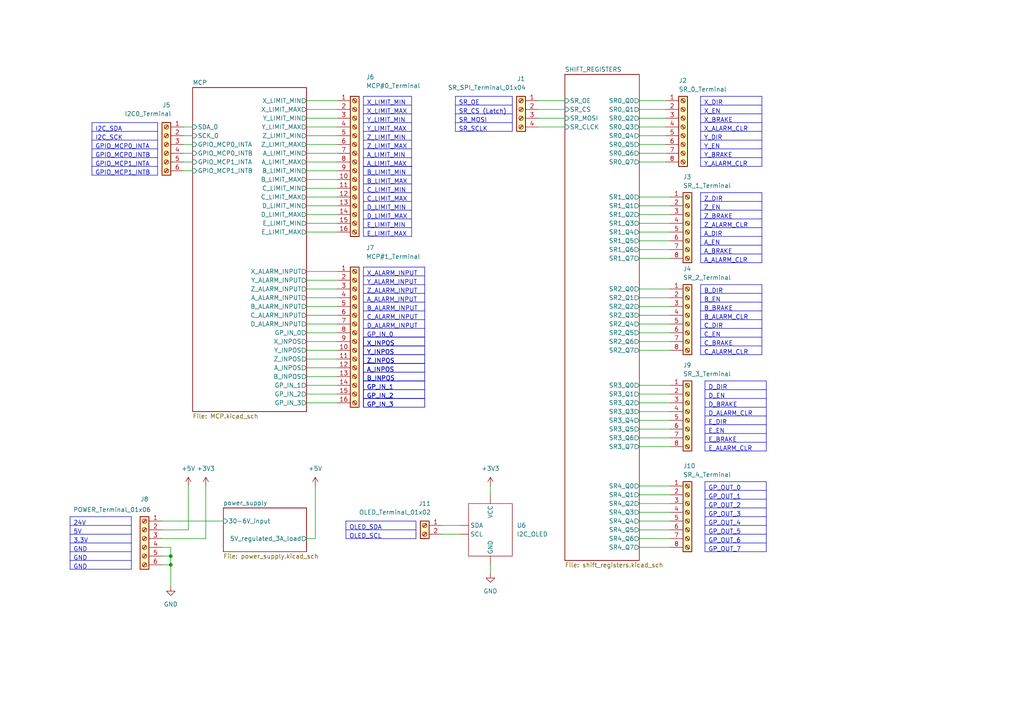
<source format=kicad_sch>
(kicad_sch (version 20250114) (generator "eeschema") (generator_version "9.0")
  (paper "A4")
  (lib_symbols
    (symbol "Connector:Screw_Terminal_01x02" (pin_names (offset 1.016) (hide yes))
      (property "Reference" "J" (at 0 2.54 0))
      (property "Value" "Screw_Terminal_01x02" (at 0 -5.08 0))
      (symbol "Screw_Terminal_01x02_1_1"
        (rectangle (start -1.27 1.27) (end 1.27 -3.81) (stroke (width 0.254)) (fill (type background)))
        (polyline (pts (xy -0.5334 0.3302) (xy 0.3302 -0.508)) (stroke (width 0.1524)))
        (polyline (pts (xy -0.5334 -2.2098) (xy 0.3302 -3.048)) (stroke (width 0.1524)))
        (polyline (pts (xy -0.3556 0.508) (xy 0.508 -0.3302)) (stroke (width 0.1524)))
        (polyline (pts (xy -0.3556 -2.032) (xy 0.508 -2.8702)) (stroke (width 0.1524)))
        (circle (center 0 0) (radius 0.635) (stroke (width 0.1524)))
        (circle (center 0 -2.54) (radius 0.635) (stroke (width 0.1524)))
        (pin passive line (at -5.08 0 0) (length 3.81) (name "Pin_1") (number "1"))
        (pin passive line (at -5.08 -2.54 0) (length 3.81) (name "Pin_2") (number "2"))
      )
    )
    (symbol "Connector:Screw_Terminal_01x04" (pin_names (offset 1.016) (hide yes))
      (property "Reference" "J" (at 0 5.08 0))
      (property "Value" "Screw_Terminal_01x04" (at 0 -7.62 0))
      (symbol "Screw_Terminal_01x04_1_1"
        (rectangle (start -1.27 3.81) (end 1.27 -6.35) (stroke (width 0.254)) (fill (type background)))
        (polyline (pts (xy -0.5334 2.8702) (xy 0.3302 2.032)) (stroke (width 0.1524)))
        (polyline (pts (xy -0.5334 0.3302) (xy 0.3302 -0.508)) (stroke (width 0.1524)))
        (polyline (pts (xy -0.5334 -2.2098) (xy 0.3302 -3.048)) (stroke (width 0.1524)))
        (polyline (pts (xy -0.5334 -4.7498) (xy 0.3302 -5.588)) (stroke (width 0.1524)))
        (polyline (pts (xy -0.3556 3.048) (xy 0.508 2.2098)) (stroke (width 0.1524)))
        (polyline (pts (xy -0.3556 0.508) (xy 0.508 -0.3302)) (stroke (width 0.1524)))
        (polyline (pts (xy -0.3556 -2.032) (xy 0.508 -2.8702)) (stroke (width 0.1524)))
        (polyline (pts (xy -0.3556 -4.572) (xy 0.508 -5.4102)) (stroke (width 0.1524)))
        (circle (center 0 2.54) (radius 0.635) (stroke (width 0.1524)))
        (circle (center 0 0) (radius 0.635) (stroke (width 0.1524)))
        (circle (center 0 -2.54) (radius 0.635) (stroke (width 0.1524)))
        (circle (center 0 -5.08) (radius 0.635) (stroke (width 0.1524)))
        (pin passive line (at -5.08 2.54 0) (length 3.81) (name "Pin_1") (number "1"))
        (pin passive line (at -5.08 0 0) (length 3.81) (name "Pin_2") (number "2"))
        (pin passive line (at -5.08 -2.54 0) (length 3.81) (name "Pin_3") (number "3"))
        (pin passive line (at -5.08 -5.08 0) (length 3.81) (name "Pin_4") (number "4"))
      )
    )
    (symbol "Connector:Screw_Terminal_01x06" (pin_names (offset 1.016) (hide yes))
      (property "Reference" "J" (at 0 7.62 0))
      (property "Value" "Screw_Terminal_01x06" (at 0 -10.16 0))
      (symbol "Screw_Terminal_01x06_1_1"
        (rectangle (start -1.27 6.35) (end 1.27 -8.89) (stroke (width 0.254)) (fill (type background)))
        (polyline (pts (xy -0.5334 5.4102) (xy 0.3302 4.572)) (stroke (width 0.1524)))
        (polyline (pts (xy -0.5334 2.8702) (xy 0.3302 2.032)) (stroke (width 0.1524)))
        (polyline (pts (xy -0.5334 0.3302) (xy 0.3302 -0.508)) (stroke (width 0.1524)))
        (polyline (pts (xy -0.5334 -2.2098) (xy 0.3302 -3.048)) (stroke (width 0.1524)))
        (polyline (pts (xy -0.5334 -4.7498) (xy 0.3302 -5.588)) (stroke (width 0.1524)))
        (polyline (pts (xy -0.5334 -7.2898) (xy 0.3302 -8.128)) (stroke (width 0.1524)))
        (polyline (pts (xy -0.3556 5.588) (xy 0.508 4.7498)) (stroke (width 0.1524)))
        (polyline (pts (xy -0.3556 3.048) (xy 0.508 2.2098)) (stroke (width 0.1524)))
        (polyline (pts (xy -0.3556 0.508) (xy 0.508 -0.3302)) (stroke (width 0.1524)))
        (polyline (pts (xy -0.3556 -2.032) (xy 0.508 -2.8702)) (stroke (width 0.1524)))
        (polyline (pts (xy -0.3556 -4.572) (xy 0.508 -5.4102)) (stroke (width 0.1524)))
        (polyline (pts (xy -0.3556 -7.112) (xy 0.508 -7.9502)) (stroke (width 0.1524)))
        (circle (center 0 5.08) (radius 0.635) (stroke (width 0.1524)))
        (circle (center 0 2.54) (radius 0.635) (stroke (width 0.1524)))
        (circle (center 0 0) (radius 0.635) (stroke (width 0.1524)))
        (circle (center 0 -2.54) (radius 0.635) (stroke (width 0.1524)))
        (circle (center 0 -5.08) (radius 0.635) (stroke (width 0.1524)))
        (circle (center 0 -7.62) (radius 0.635) (stroke (width 0.1524)))
        (pin passive line (at -5.08 5.08 0) (length 3.81) (name "Pin_1") (number "1"))
        (pin passive line (at -5.08 2.54 0) (length 3.81) (name "Pin_2") (number "2"))
        (pin passive line (at -5.08 0 0) (length 3.81) (name "Pin_3") (number "3"))
        (pin passive line (at -5.08 -2.54 0) (length 3.81) (name "Pin_4") (number "4"))
        (pin passive line (at -5.08 -5.08 0) (length 3.81) (name "Pin_5") (number "5"))
        (pin passive line (at -5.08 -7.62 0) (length 3.81) (name "Pin_6") (number "6"))
      )
    )
    (symbol "Connector:Screw_Terminal_01x08" (pin_names (offset 1.016) (hide yes))
      (property "Reference" "J" (at 0 10.16 0))
      (property "Value" "Screw_Terminal_01x08" (at 0 -12.7 0))
      (symbol "Screw_Terminal_01x08_1_1"
        (rectangle (start -1.27 8.89) (end 1.27 -11.43) (stroke (width 0.254)) (fill (type background)))
        (polyline (pts (xy -0.5334 7.9502) (xy 0.3302 7.112)) (stroke (width 0.1524)))
        (polyline (pts (xy -0.5334 5.4102) (xy 0.3302 4.572)) (stroke (width 0.1524)))
        (polyline (pts (xy -0.5334 2.8702) (xy 0.3302 2.032)) (stroke (width 0.1524)))
        (polyline (pts (xy -0.5334 0.3302) (xy 0.3302 -0.508)) (stroke (width 0.1524)))
        (polyline (pts (xy -0.5334 -2.2098) (xy 0.3302 -3.048)) (stroke (width 0.1524)))
        (polyline (pts (xy -0.5334 -4.7498) (xy 0.3302 -5.588)) (stroke (width 0.1524)))
        (polyline (pts (xy -0.5334 -7.2898) (xy 0.3302 -8.128)) (stroke (width 0.1524)))
        (polyline (pts (xy -0.5334 -9.8298) (xy 0.3302 -10.668)) (stroke (width 0.1524)))
        (polyline (pts (xy -0.3556 8.128) (xy 0.508 7.2898)) (stroke (width 0.1524)))
        (polyline (pts (xy -0.3556 5.588) (xy 0.508 4.7498)) (stroke (width 0.1524)))
        (polyline (pts (xy -0.3556 3.048) (xy 0.508 2.2098)) (stroke (width 0.1524)))
        (polyline (pts (xy -0.3556 0.508) (xy 0.508 -0.3302)) (stroke (width 0.1524)))
        (polyline (pts (xy -0.3556 -2.032) (xy 0.508 -2.8702)) (stroke (width 0.1524)))
        (polyline (pts (xy -0.3556 -4.572) (xy 0.508 -5.4102)) (stroke (width 0.1524)))
        (polyline (pts (xy -0.3556 -7.112) (xy 0.508 -7.9502)) (stroke (width 0.1524)))
        (polyline (pts (xy -0.3556 -9.652) (xy 0.508 -10.4902)) (stroke (width 0.1524)))
        (circle (center 0 7.62) (radius 0.635) (stroke (width 0.1524)))
        (circle (center 0 5.08) (radius 0.635) (stroke (width 0.1524)))
        (circle (center 0 2.54) (radius 0.635) (stroke (width 0.1524)))
        (circle (center 0 0) (radius 0.635) (stroke (width 0.1524)))
        (circle (center 0 -2.54) (radius 0.635) (stroke (width 0.1524)))
        (circle (center 0 -5.08) (radius 0.635) (stroke (width 0.1524)))
        (circle (center 0 -7.62) (radius 0.635) (stroke (width 0.1524)))
        (circle (center 0 -10.16) (radius 0.635) (stroke (width 0.1524)))
        (pin passive line (at -5.08 7.62 0) (length 3.81) (name "Pin_1") (number "1"))
        (pin passive line (at -5.08 5.08 0) (length 3.81) (name "Pin_2") (number "2"))
        (pin passive line (at -5.08 2.54 0) (length 3.81) (name "Pin_3") (number "3"))
        (pin passive line (at -5.08 0 0) (length 3.81) (name "Pin_4") (number "4"))
        (pin passive line (at -5.08 -2.54 0) (length 3.81) (name "Pin_5") (number "5"))
        (pin passive line (at -5.08 -5.08 0) (length 3.81) (name "Pin_6") (number "6"))
        (pin passive line (at -5.08 -7.62 0) (length 3.81) (name "Pin_7") (number "7"))
        (pin passive line (at -5.08 -10.16 0) (length 3.81) (name "Pin_8") (number "8"))
      )
    )
    (symbol "Connector:Screw_Terminal_01x16" (pin_names (offset 1.016) (hide yes))
      (property "Reference" "J" (at 0 20.32 0))
      (property "Value" "Screw_Terminal_01x16" (at 0 -22.86 0))
      (symbol "Screw_Terminal_01x16_1_1"
        (rectangle (start -1.27 19.05) (end 1.27 -21.59) (stroke (width 0.254)) (fill (type background)))
        (polyline (pts (xy -0.5334 18.1102) (xy 0.3302 17.272)) (stroke (width 0.1524)))
        (polyline (pts (xy -0.5334 15.5702) (xy 0.3302 14.732)) (stroke (width 0.1524)))
        (polyline (pts (xy -0.5334 13.0302) (xy 0.3302 12.192)) (stroke (width 0.1524)))
        (polyline (pts (xy -0.5334 10.4902) (xy 0.3302 9.652)) (stroke (width 0.1524)))
        (polyline (pts (xy -0.5334 7.9502) (xy 0.3302 7.112)) (stroke (width 0.1524)))
        (polyline (pts (xy -0.5334 5.4102) (xy 0.3302 4.572)) (stroke (width 0.1524)))
        (polyline (pts (xy -0.5334 2.8702) (xy 0.3302 2.032)) (stroke (width 0.1524)))
        (polyline (pts (xy -0.5334 0.3302) (xy 0.3302 -0.508)) (stroke (width 0.1524)))
        (polyline (pts (xy -0.5334 -2.2098) (xy 0.3302 -3.048)) (stroke (width 0.1524)))
        (polyline (pts (xy -0.5334 -4.7498) (xy 0.3302 -5.588)) (stroke (width 0.1524)))
        (polyline (pts (xy -0.5334 -7.2898) (xy 0.3302 -8.128)) (stroke (width 0.1524)))
        (polyline (pts (xy -0.5334 -9.8298) (xy 0.3302 -10.668)) (stroke (width 0.1524)))
        (polyline (pts (xy -0.5334 -12.3698) (xy 0.3302 -13.208)) (stroke (width 0.1524)))
        (polyline (pts (xy -0.5334 -14.9098) (xy 0.3302 -15.748)) (stroke (width 0.1524)))
        (polyline (pts (xy -0.5334 -17.4498) (xy 0.3302 -18.288)) (stroke (width 0.1524)))
        (polyline (pts (xy -0.5334 -19.9898) (xy 0.3302 -20.828)) (stroke (width 0.1524)))
        (polyline (pts (xy -0.3556 18.288) (xy 0.508 17.4498)) (stroke (width 0.1524)))
        (polyline (pts (xy -0.3556 15.748) (xy 0.508 14.9098)) (stroke (width 0.1524)))
        (polyline (pts (xy -0.3556 13.208) (xy 0.508 12.3698)) (stroke (width 0.1524)))
        (polyline (pts (xy -0.3556 10.668) (xy 0.508 9.8298)) (stroke (width 0.1524)))
        (polyline (pts (xy -0.3556 8.128) (xy 0.508 7.2898)) (stroke (width 0.1524)))
        (polyline (pts (xy -0.3556 5.588) (xy 0.508 4.7498)) (stroke (width 0.1524)))
        (polyline (pts (xy -0.3556 3.048) (xy 0.508 2.2098)) (stroke (width 0.1524)))
        (polyline (pts (xy -0.3556 0.508) (xy 0.508 -0.3302)) (stroke (width 0.1524)))
        (polyline (pts (xy -0.3556 -2.032) (xy 0.508 -2.8702)) (stroke (width 0.1524)))
        (polyline (pts (xy -0.3556 -4.572) (xy 0.508 -5.4102)) (stroke (width 0.1524)))
        (polyline (pts (xy -0.3556 -7.112) (xy 0.508 -7.9502)) (stroke (width 0.1524)))
        (polyline (pts (xy -0.3556 -9.652) (xy 0.508 -10.4902)) (stroke (width 0.1524)))
        (polyline (pts (xy -0.3556 -12.192) (xy 0.508 -13.0302)) (stroke (width 0.1524)))
        (polyline (pts (xy -0.3556 -14.732) (xy 0.508 -15.5702)) (stroke (width 0.1524)))
        (polyline (pts (xy -0.3556 -17.272) (xy 0.508 -18.1102)) (stroke (width 0.1524)))
        (polyline (pts (xy -0.3556 -19.812) (xy 0.508 -20.6502)) (stroke (width 0.1524)))
        (circle (center 0 17.78) (radius 0.635) (stroke (width 0.1524)))
        (circle (center 0 15.24) (radius 0.635) (stroke (width 0.1524)))
        (circle (center 0 12.7) (radius 0.635) (stroke (width 0.1524)))
        (circle (center 0 10.16) (radius 0.635) (stroke (width 0.1524)))
        (circle (center 0 7.62) (radius 0.635) (stroke (width 0.1524)))
        (circle (center 0 5.08) (radius 0.635) (stroke (width 0.1524)))
        (circle (center 0 2.54) (radius 0.635) (stroke (width 0.1524)))
        (circle (center 0 0) (radius 0.635) (stroke (width 0.1524)))
        (circle (center 0 -2.54) (radius 0.635) (stroke (width 0.1524)))
        (circle (center 0 -5.08) (radius 0.635) (stroke (width 0.1524)))
        (circle (center 0 -7.62) (radius 0.635) (stroke (width 0.1524)))
        (circle (center 0 -10.16) (radius 0.635) (stroke (width 0.1524)))
        (circle (center 0 -12.7) (radius 0.635) (stroke (width 0.1524)))
        (circle (center 0 -15.24) (radius 0.635) (stroke (width 0.1524)))
        (circle (center 0 -17.78) (radius 0.635) (stroke (width 0.1524)))
        (circle (center 0 -20.32) (radius 0.635) (stroke (width 0.1524)))
        (pin passive line (at -5.08 17.78 0) (length 3.81) (name "Pin_1") (number "1"))
        (pin passive line (at -5.08 15.24 0) (length 3.81) (name "Pin_2") (number "2"))
        (pin passive line (at -5.08 12.7 0) (length 3.81) (name "Pin_3") (number "3"))
        (pin passive line (at -5.08 10.16 0) (length 3.81) (name "Pin_4") (number "4"))
        (pin passive line (at -5.08 7.62 0) (length 3.81) (name "Pin_5") (number "5"))
        (pin passive line (at -5.08 5.08 0) (length 3.81) (name "Pin_6") (number "6"))
        (pin passive line (at -5.08 2.54 0) (length 3.81) (name "Pin_7") (number "7"))
        (pin passive line (at -5.08 0 0) (length 3.81) (name "Pin_8") (number "8"))
        (pin passive line (at -5.08 -2.54 0) (length 3.81) (name "Pin_9") (number "9"))
        (pin passive line (at -5.08 -5.08 0) (length 3.81) (name "Pin_10") (number "10"))
        (pin passive line (at -5.08 -7.62 0) (length 3.81) (name "Pin_11") (number "11"))
        (pin passive line (at -5.08 -10.16 0) (length 3.81) (name "Pin_12") (number "12"))
        (pin passive line (at -5.08 -12.7 0) (length 3.81) (name "Pin_13") (number "13"))
        (pin passive line (at -5.08 -15.24 0) (length 3.81) (name "Pin_14") (number "14"))
        (pin passive line (at -5.08 -17.78 0) (length 3.81) (name "Pin_15") (number "15"))
        (pin passive line (at -5.08 -20.32 0) (length 3.81) (name "Pin_16") (number "16"))
      )
    )
    (symbol "PositionerLib:I2C_Device_3V3" (pin_numbers (hide yes))
      (property "Reference" "U" (at 0 0 0))
      (symbol "I2C_Device_3V3_0_1"
        (rectangle (start -6.35 7.62) (end 6.35 -7.62))
      )
      (symbol "I2C_Device_3V3_1_1"
        (pin bidirectional line (at -8.89 1.27 0) (length 2.54) (name "SDA") (number "1"))
        (pin input line (at -8.89 -1.27 0) (length 2.54) (name "SCL") (number "2"))
        (pin power_in line (at 0 10.16 270) (length 2.54) (name "VCC") (number "3"))
        (pin power_in line (at 0 -10.16 90) (length 2.54) (name "GND") (number ""))
      )
    )
    (symbol "power:+3V3" (power) (pin_numbers (hide yes)) (pin_names (offset 0) (hide yes))
      (property "Value" "+3V3" (at 0 3.556 0))
      (symbol "+3V3_0_1"
        (polyline (pts (xy -0.762 1.27) (xy 0 2.54)))
        (polyline (pts (xy 0 2.54) (xy 0.762 1.27)))
        (polyline (pts (xy 0 0) (xy 0 2.54)))
      )
      (symbol "+3V3_1_1"
        (pin power_in line (at 0 0 90) (length 0) (name "~") (number "1"))
      )
    )
    (symbol "power:+5V" (power) (pin_numbers (hide yes)) (pin_names (offset 0) (hide yes))
      (property "Value" "+5V" (at 0 3.556 0))
      (symbol "+5V_0_1"
        (polyline (pts (xy -0.762 1.27) (xy 0 2.54)))
        (polyline (pts (xy 0 2.54) (xy 0.762 1.27)))
        (polyline (pts (xy 0 0) (xy 0 2.54)))
      )
      (symbol "+5V_1_1"
        (pin power_in line (at 0 0 90) (length 0) (name "~") (number "1"))
      )
    )
    (symbol "power:GND" (power) (pin_numbers (hide yes)) (pin_names (offset 0) (hide yes))
      (property "Value" "GND" (at 0 -3.81 0))
      (symbol "GND_0_1"
        (polyline (pts (xy 0 0) (xy 0 -1.27) (xy 1.27 -1.27) (xy 0 -2.54) (xy -1.27 -1.27) (xy 0 -1.27)))
      )
      (symbol "GND_1_1"
        (pin power_in line (at 0 0 270) (length 0) (name "~") (number "1"))
      )
    )
  )
  (junction (at 49.53 163.83))
  (junction (at 49.53 161.29))
  (wire (pts (xy 88.9 86.36) (xy 97.79 86.36)))
  (wire (pts (xy 142.24 140.97) (xy 142.24 143.51)))
  (wire (pts (xy 88.9 64.77) (xy 97.79 64.77)))
  (wire (pts (xy 91.44 156.21) (xy 91.44 140.97)))
  (wire (pts (xy 88.9 93.98) (xy 97.79 93.98)))
  (wire (pts (xy 185.42 114.3) (xy 194.31 114.3)))
  (wire (pts (xy 88.9 54.61) (xy 97.79 54.61)))
  (wire (pts (xy 88.9 111.76) (xy 97.79 111.76)))
  (wire (pts (xy 185.42 64.77) (xy 194.31 64.77)))
  (wire (pts (xy 185.42 44.45) (xy 193.04 44.45)))
  (wire (pts (xy 88.9 29.21) (xy 97.79 29.21)))
  (wire (pts (xy 128.27 152.4) (xy 133.35 152.4)))
  (wire (pts (xy 185.42 67.31) (xy 194.31 67.31)))
  (wire (pts (xy 156.21 36.83) (xy 163.83 36.83)))
  (wire (pts (xy 53.34 49.53) (xy 55.88 49.53)))
  (wire (pts (xy 185.42 74.93) (xy 194.31 74.93)))
  (wire (pts (xy 88.9 67.31) (xy 97.79 67.31)))
  (wire (pts (xy 88.9 81.28) (xy 97.79 81.28)))
  (wire (pts (xy 88.9 31.75) (xy 97.79 31.75)))
  (wire (pts (xy 185.42 111.76) (xy 194.31 111.76)))
  (wire (pts (xy 88.9 52.07) (xy 97.79 52.07)))
  (wire (pts (xy 185.42 99.06) (xy 194.31 99.06)))
  (wire (pts (xy 185.42 140.97) (xy 194.31 140.97)))
  (wire (pts (xy 46.99 153.67) (xy 54.61 153.67)))
  (wire (pts (xy 49.53 163.83) (xy 49.53 170.18)))
  (wire (pts (xy 88.9 57.15) (xy 97.79 57.15)))
  (wire (pts (xy 185.42 116.84) (xy 194.31 116.84)))
  (wire (pts (xy 49.53 158.75) (xy 49.53 161.29)))
  (wire (pts (xy 53.34 41.91) (xy 55.88 41.91)))
  (wire (pts (xy 142.24 163.83) (xy 142.24 166.37)))
  (wire (pts (xy 185.42 148.59) (xy 194.31 148.59)))
  (wire (pts (xy 88.9 104.14) (xy 97.79 104.14)))
  (wire (pts (xy 128.27 154.94) (xy 133.35 154.94)))
  (wire (pts (xy 185.42 158.75) (xy 194.31 158.75)))
  (wire (pts (xy 88.9 39.37) (xy 97.79 39.37)))
  (wire (pts (xy 156.21 34.29) (xy 163.83 34.29)))
  (wire (pts (xy 185.42 129.54) (xy 194.31 129.54)))
  (wire (pts (xy 185.42 156.21) (xy 194.31 156.21)))
  (wire (pts (xy 185.42 46.99) (xy 193.04 46.99)))
  (wire (pts (xy 88.9 49.53) (xy 97.79 49.53)))
  (wire (pts (xy 185.42 151.13) (xy 194.31 151.13)))
  (wire (pts (xy 88.9 114.3) (xy 97.79 114.3)))
  (wire (pts (xy 88.9 78.74) (xy 97.79 78.74)))
  (wire (pts (xy 185.42 91.44) (xy 194.31 91.44)))
  (wire (pts (xy 185.42 127) (xy 194.31 127)))
  (wire (pts (xy 185.42 62.23) (xy 194.31 62.23)))
  (wire (pts (xy 185.42 72.39) (xy 194.31 72.39)))
  (wire (pts (xy 88.9 91.44) (xy 97.79 91.44)))
  (wire (pts (xy 88.9 109.22) (xy 97.79 109.22)))
  (wire (pts (xy 46.99 158.75) (xy 49.53 158.75)))
  (wire (pts (xy 46.99 156.21) (xy 59.69 156.21)))
  (wire (pts (xy 185.42 36.83) (xy 193.04 36.83)))
  (wire (pts (xy 59.69 140.97) (xy 59.69 156.21)))
  (wire (pts (xy 88.9 34.29) (xy 97.79 34.29)))
  (wire (pts (xy 88.9 46.99) (xy 97.79 46.99)))
  (wire (pts (xy 88.9 101.6) (xy 97.79 101.6)))
  (wire (pts (xy 88.9 88.9) (xy 97.79 88.9)))
  (wire (pts (xy 156.21 31.75) (xy 163.83 31.75)))
  (wire (pts (xy 46.99 163.83) (xy 49.53 163.83)))
  (wire (pts (xy 53.34 39.37) (xy 55.88 39.37)))
  (wire (pts (xy 53.34 44.45) (xy 55.88 44.45)))
  (wire (pts (xy 46.99 151.13) (xy 64.77 151.13)))
  (wire (pts (xy 185.42 31.75) (xy 193.04 31.75)))
  (wire (pts (xy 185.42 83.82) (xy 194.31 83.82)))
  (wire (pts (xy 88.9 116.84) (xy 97.79 116.84)))
  (wire (pts (xy 46.99 161.29) (xy 49.53 161.29)))
  (wire (pts (xy 185.42 146.05) (xy 194.31 146.05)))
  (wire (pts (xy 156.21 29.21) (xy 163.83 29.21)))
  (wire (pts (xy 185.42 29.21) (xy 193.04 29.21)))
  (wire (pts (xy 88.9 59.69) (xy 97.79 59.69)))
  (wire (pts (xy 185.42 96.52) (xy 194.31 96.52)))
  (wire (pts (xy 49.53 161.29) (xy 49.53 163.83)))
  (wire (pts (xy 88.9 106.68) (xy 97.79 106.68)))
  (wire (pts (xy 185.42 101.6) (xy 194.31 101.6)))
  (wire (pts (xy 88.9 99.06) (xy 97.79 99.06)))
  (wire (pts (xy 185.42 39.37) (xy 193.04 39.37)))
  (wire (pts (xy 185.42 119.38) (xy 194.31 119.38)))
  (wire (pts (xy 185.42 88.9) (xy 194.31 88.9)))
  (wire (pts (xy 185.42 93.98) (xy 194.31 93.98)))
  (wire (pts (xy 185.42 121.92) (xy 194.31 121.92)))
  (wire (pts (xy 185.42 69.85) (xy 194.31 69.85)))
  (wire (pts (xy 185.42 143.51) (xy 194.31 143.51)))
  (wire (pts (xy 53.34 46.99) (xy 55.88 46.99)))
  (wire (pts (xy 88.9 36.83) (xy 97.79 36.83)))
  (wire (pts (xy 88.9 44.45) (xy 97.79 44.45)))
  (wire (pts (xy 185.42 153.67) (xy 194.31 153.67)))
  (wire (pts (xy 88.9 156.21) (xy 91.44 156.21)))
  (wire (pts (xy 185.42 86.36) (xy 194.31 86.36)))
  (wire (pts (xy 88.9 96.52) (xy 97.79 96.52)))
  (wire (pts (xy 88.9 62.23) (xy 97.79 62.23)))
  (wire (pts (xy 185.42 57.15) (xy 194.31 57.15)))
  (wire (pts (xy 88.9 41.91) (xy 97.79 41.91)))
  (wire (pts (xy 54.61 140.97) (xy 54.61 153.67)))
  (wire (pts (xy 185.42 34.29) (xy 193.04 34.29)))
  (wire (pts (xy 185.42 124.46) (xy 194.31 124.46)))
  (wire (pts (xy 185.42 59.69) (xy 194.31 59.69)))
  (wire (pts (xy 53.34 36.83) (xy 55.88 36.83)))
  (wire (pts (xy 185.42 41.91) (xy 193.04 41.91)))
  (wire (pts (xy 88.9 83.82) (xy 97.79 83.82)))
  (table (column_count 1) (border (external yes) (header yes)) (separators (rows yes) (cols yes)) (column_widths 13.97) (row_heights 2.54 2.54 2.54 2.54 2.54 2.54 2.54 2.54) (cells (table_cell "B_LIMIT_MIN" (at 105.41 48.26 0) (size 13.97 2.54) (margins 0.9525 0.9525 0.9525 0.9525) (span 1 1)) (table_cell "B_LIMIT_MAX" (at 105.41 50.8 0) (size 13.97 2.54) (margins 0.9525 0.9525 0.9525 0.9525) (span 1 1)) (table_cell "C_LIMIT_MIN" (at 105.41 53.34 0) (size 13.97 2.54) (margins 0.9525 0.9525 0.9525 0.9525) (span 1 1)) (table_cell "C_LIMIT_MAX" (at 105.41 55.88 0) (size 13.97 2.54) (margins 0.9525 0.9525 0.9525 0.9525) (span 1 1)) (table_cell "D_LIMIT_MIN" (at 105.41 58.42 0) (size 13.97 2.54) (margins 0.9525 0.9525 0.9525 0.9525) (span 1 1)) (table_cell "D_LIMIT_MAX" (at 105.41 60.96 0) (size 13.97 2.54) (margins 0.9525 0.9525 0.9525 0.9525) (span 1 1)) (table_cell "E_LIMIT_MIN" (at 105.41 63.5 0) (size 13.97 2.54) (margins 0.9525 0.9525 0.9525 0.9525) (span 1 1)) (table_cell "E_LIMIT_MAX" (at 105.41 66.04 0) (size 13.97 2.54) (margins 0.9525 0.9525 0.9525 0.9525) (span 1 1))))
  (table (column_count 1) (border (external yes) (header yes)) (separators (rows yes) (cols yes)) (column_widths 16.51) (row_heights 2.54 2.54 2.54 2.54) (cells (table_cell "SR_OE" (at 132.08 27.94 0) (size 16.51 2.54) (margins 0.9525 0.9525 0.9525 0.9525) (span 1 1)) (table_cell "SR_CS (Latch)" (at 132.08 30.48 0) (size 16.51 2.54) (margins 0.9525 0.9525 0.9525 0.9525) (span 1 1)) (table_cell "SR_MOSI" (at 132.08 33.02 0) (size 16.51 2.54) (margins 0.9525 0.9525 0.9525 0.9525) (span 1 1)) (table_cell "SR_SCLK" (at 132.08 35.56 0) (size 16.51 2.54) (margins 0.9525 0.9525 0.9525 0.9525) (span 1 1))))
  (table (column_count 1) (border (external yes) (header yes)) (separators (rows yes) (cols yes)) (column_widths 19.05) (row_heights 2.54 2.54 2.54 2.54 2.54 2.54) (cells (table_cell "I2C_SDA" (at 26.67 35.56 0) (size 19.05 2.54) (margins 0.9525 0.9525 0.9525 0.9525) (span 1 1)) (table_cell "I2C_SCK" (at 26.67 38.1 0) (size 19.05 2.54) (margins 0.9525 0.9525 0.9525 0.9525) (span 1 1)) (table_cell "GPIO_MCP0_INTA" (at 26.67 40.64 0) (size 19.05 2.54) (margins 0.9525 0.9525 0.9525 0.9525) (span 1 1)) (table_cell "GPIO_MCP0_INTB" (at 26.67 43.18 0) (size 19.05 2.54) (margins 0.9525 0.9525 0.9525 0.9525) (span 1 1)) (table_cell "GPIO_MCP1_INTA" (at 26.67 45.72 0) (size 19.05 2.54) (margins 0.9525 0.9525 0.9525 0.9525) (span 1 1)) (table_cell "GPIO_MCP1_INTB" (at 26.67 48.26 0) (size 19.05 2.54) (margins 0.9525 0.9525 0.9525 0.9525) (span 1 1))))
  (table (column_count 1) (border (external yes) (header yes)) (separators (rows yes) (cols yes)) (column_widths 17.78) (row_heights 2.54 2.54 2.54 2.54 2.54 2.54) (cells (table_cell "24V" (at 20.32 149.86 0) (size 17.78 2.54) (margins 0.9525 0.9525 0.9525 0.9525) (span 1 1)) (table_cell "5V" (at 20.32 152.4 0) (size 17.78 2.54) (margins 0.9525 0.9525 0.9525 0.9525) (span 1 1)) (table_cell "3.3V" (at 20.32 154.94 0) (size 17.78 2.54) (margins 0.9525 0.9525 0.9525 0.9525) (span 1 1)) (table_cell "GND" (at 20.32 157.48 0) (size 17.78 2.54) (margins 0.9525 0.9525 0.9525 0.9525) (span 1 1)) (table_cell "GND" (at 20.32 160.02 0) (size 17.78 2.54) (margins 0.9525 0.9525 0.9525 0.9525) (span 1 1)) (table_cell "GND" (at 20.32 162.56 0) (size 17.78 2.54) (margins 0.9525 0.9525 0.9525 0.9525) (span 1 1))))
  (table (column_count 1) (border (external yes) (header yes)) (separators (rows yes) (cols yes)) (column_widths 17.78) (row_heights 2.54 2.54 2.54 2.54 2.54 2.54 2.54 2.54) (cells (table_cell "X_ALARM_INPUT" (at 105.41 77.47 0) (size 17.78 2.54) (margins 0.9525 0.9525 0.9525 0.9525) (span 1 1)) (table_cell "Y_ALARM_INPUT" (at 105.41 80.01 0) (size 17.78 2.54) (margins 0.9525 0.9525 0.9525 0.9525) (span 1 1)) (table_cell "Z_ALARM_INPUT" (at 105.41 82.55 0) (size 17.78 2.54) (margins 0.9525 0.9525 0.9525 0.9525) (span 1 1)) (table_cell "A_ALARM_INPUT" (at 105.41 85.09 0) (size 17.78 2.54) (margins 0.9525 0.9525 0.9525 0.9525) (span 1 1)) (table_cell "B_ALARM_INPUT" (at 105.41 87.63 0) (size 17.78 2.54) (margins 0.9525 0.9525 0.9525 0.9525) (span 1 1)) (table_cell "C_ALARM_INPUT" (at 105.41 90.17 0) (size 17.78 2.54) (margins 0.9525 0.9525 0.9525 0.9525) (span 1 1)) (table_cell "D_ALARM_INPUT" (at 105.41 92.71 0) (size 17.78 2.54) (margins 0.9525 0.9525 0.9525 0.9525) (span 1 1)) (table_cell "GP_IN_0" (at 105.41 95.25 0) (size 17.78 2.54) (margins 0.9525 0.9525 0.9525 0.9525) (span 1 1))))
  (table (column_count 1) (border (external yes) (header yes)) (separators (rows yes) (cols yes)) (column_widths 17.78) (row_heights 2.54 2.54 2.54 2.54 2.54 2.54 2.54 2.54) (cells (table_cell "GP_OUT_0" (at 204.47 139.7 0) (size 17.78 2.54) (margins 0.9525 0.9525 0.9525 0.9525) (span 1 1)) (table_cell "GP_OUT_1" (at 204.47 142.24 0) (size 17.78 2.54) (margins 0.9525 0.9525 0.9525 0.9525) (span 1 1)) (table_cell "GP_OUT_2" (at 204.47 144.78 0) (size 17.78 2.54) (margins 0.9525 0.9525 0.9525 0.9525) (span 1 1)) (table_cell "GP_OUT_3" (at 204.47 147.32 0) (size 17.78 2.54) (margins 0.9525 0.9525 0.9525 0.9525) (span 1 1)) (table_cell "GP_OUT_4" (at 204.47 149.86 0) (size 17.78 2.54) (margins 0.9525 0.9525 0.9525 0.9525) (span 1 1)) (table_cell "GP_OUT_5" (at 204.47 152.4 0) (size 17.78 2.54) (margins 0.9525 0.9525 0.9525 0.9525) (span 1 1)) (table_cell "GP_OUT_6" (at 204.47 154.94 0) (size 17.78 2.54) (margins 0.9525 0.9525 0.9525 0.9525) (span 1 1)) (table_cell "GP_OUT_7" (at 204.47 157.48 0) (size 17.78 2.54) (margins 0.9525 0.9525 0.9525 0.9525) (span 1 1))))
  (table (column_count 1) (border (external yes) (header yes)) (separators (rows yes) (cols yes)) (column_widths 17.78) (row_heights 2.54 2.54 2.54 2.54 2.54 2.54 2.54 2.54) (cells (table_cell "Z_DIR" (at 203.2 55.88 0) (size 17.78 2.54) (margins 0.9525 0.9525 0.9525 0.9525) (span 1 1)) (table_cell "Z_EN" (at 203.2 58.42 0) (size 17.78 2.54) (margins 0.9525 0.9525 0.9525 0.9525) (span 1 1)) (table_cell "Z_BRAKE" (at 203.2 60.96 0) (size 17.78 2.54) (margins 0.9525 0.9525 0.9525 0.9525) (span 1 1)) (table_cell "Z_ALARM_CLR" (at 203.2 63.5 0) (size 17.78 2.54) (margins 0.9525 0.9525 0.9525 0.9525) (span 1 1)) (table_cell "A_DIR" (at 203.2 66.04 0) (size 17.78 2.54) (margins 0.9525 0.9525 0.9525 0.9525) (span 1 1)) (table_cell "A_EN" (at 203.2 68.58 0) (size 17.78 2.54) (margins 0.9525 0.9525 0.9525 0.9525) (span 1 1)) (table_cell "A_BRAKE" (at 203.2 71.12 0) (size 17.78 2.54) (margins 0.9525 0.9525 0.9525 0.9525) (span 1 1)) (table_cell "A_ALARM_CLR" (at 203.2 73.66 0) (size 17.78 2.54) (margins 0.9525 0.9525 0.9525 0.9525) (span 1 1))))
  (table (column_count 1) (border (external yes) (header yes)) (separators (rows yes) (cols yes)) (column_widths 13.97) (row_heights 2.54 2.54 2.54 2.54 2.54 2.54 2.54 2.54) (cells (table_cell "X_LIMIT_MIN" (at 105.41 27.94 0) (size 13.97 2.54) (margins 0.9525 0.9525 0.9525 0.9525) (span 1 1)) (table_cell "X_LIMIT_MAX" (at 105.41 30.48 0) (size 13.97 2.54) (margins 0.9525 0.9525 0.9525 0.9525) (span 1 1)) (table_cell "Y_LIMIT_MIN" (at 105.41 33.02 0) (size 13.97 2.54) (margins 0.9525 0.9525 0.9525 0.9525) (span 1 1)) (table_cell "Y_LIMIT_MAX" (at 105.41 35.56 0) (size 13.97 2.54) (margins 0.9525 0.9525 0.9525 0.9525) (span 1 1)) (table_cell "Z_LIMIT_MIN" (at 105.41 38.1 0) (size 13.97 2.54) (margins 0.9525 0.9525 0.9525 0.9525) (span 1 1)) (table_cell "Z_LIMIT_MAX" (at 105.41 40.64 0) (size 13.97 2.54) (margins 0.9525 0.9525 0.9525 0.9525) (span 1 1)) (table_cell "A_LIMIT_MIN" (at 105.41 43.18 0) (size 13.97 2.54) (margins 0.9525 0.9525 0.9525 0.9525) (span 1 1)) (table_cell "A_LIMIT_MAX" (at 105.41 45.72 0) (size 13.97 2.54) (margins 0.9525 0.9525 0.9525 0.9525) (span 1 1))))
  (table (column_count 1) (border (external yes) (header yes)) (separators (rows yes) (cols yes)) (column_widths 17.78) (row_heights 2.54 2.54 2.54 2.54 2.54 2.54 2.54 2.54) (cells (table_cell "B_DIR" (at 203.2 82.55 0) (size 17.78 2.54) (margins 0.9525 0.9525 0.9525 0.9525) (span 1 1)) (table_cell "B_EN" (at 203.2 85.09 0) (size 17.78 2.54) (margins 0.9525 0.9525 0.9525 0.9525) (span 1 1)) (table_cell "B_BRAKE" (at 203.2 87.63 0) (size 17.78 2.54) (margins 0.9525 0.9525 0.9525 0.9525) (span 1 1)) (table_cell "B_ALARM_CLR" (at 203.2 90.17 0) (size 17.78 2.54) (margins 0.9525 0.9525 0.9525 0.9525) (span 1 1)) (table_cell "C_DIR" (at 203.2 92.71 0) (size 17.78 2.54) (margins 0.9525 0.9525 0.9525 0.9525) (span 1 1)) (table_cell "C_EN" (at 203.2 95.25 0) (size 17.78 2.54) (margins 0.9525 0.9525 0.9525 0.9525) (span 1 1)) (table_cell "C_BRAKE" (at 203.2 97.79 0) (size 17.78 2.54) (margins 0.9525 0.9525 0.9525 0.9525) (span 1 1)) (table_cell "C_ALARM_CLR" (at 203.2 100.33 0) (size 17.78 2.54) (margins 0.9525 0.9525 0.9525 0.9525) (span 1 1))))
  (table (column_count 1) (border (external yes) (header yes)) (separators (rows yes) (cols yes)) (column_widths 17.78) (row_heights 2.54 2.54 2.54 2.54 2.54 2.54 2.54 2.54) (cells (table_cell "D_DIR" (at 204.47 110.49 0) (size 17.78 2.54) (margins 0.9525 0.9525 0.9525 0.9525) (span 1 1)) (table_cell "D_EN" (at 204.47 113.03 0) (size 17.78 2.54) (margins 0.9525 0.9525 0.9525 0.9525) (span 1 1)) (table_cell "D_BRAKE" (at 204.47 115.57 0) (size 17.78 2.54) (margins 0.9525 0.9525 0.9525 0.9525) (span 1 1)) (table_cell "D_ALARM_CLR" (at 204.47 118.11 0) (size 17.78 2.54) (margins 0.9525 0.9525 0.9525 0.9525) (span 1 1)) (table_cell "E_DIR" (at 204.47 120.65 0) (size 17.78 2.54) (margins 0.9525 0.9525 0.9525 0.9525) (span 1 1)) (table_cell "E_EN" (at 204.47 123.19 0) (size 17.78 2.54) (margins 0.9525 0.9525 0.9525 0.9525) (span 1 1)) (table_cell "E_BRAKE" (at 204.47 125.73 0) (size 17.78 2.54) (margins 0.9525 0.9525 0.9525 0.9525) (span 1 1)) (table_cell "E_ALARM_CLR" (at 204.47 128.27 0) (size 17.78 2.54) (margins 0.9525 0.9525 0.9525 0.9525) (span 1 1))))
  (table (column_count 1) (border (external yes) (header yes)) (separators (rows yes) (cols yes)) (column_widths 20.32) (row_heights 2.54 2.54) (cells (table_cell "OLED_SDA" (at 100.33 151.13 0) (size 20.32 2.54) (margins 0.9525 0.9525 0.9525 0.9525) (span 1 1)) (table_cell "OLED_SCL" (at 100.33 153.67 0) (size 20.32 2.54) (margins 0.9525 0.9525 0.9525 0.9525) (span 1 1))))
  (table (column_count 1) (border (external yes) (header yes)) (separators (rows yes) (cols yes)) (column_widths 17.78) (row_heights 2.54 2.54 2.54 2.54 2.54 2.54 2.54 2.54) (cells (table_cell "X_DIR" (at 203.2 27.94 0) (size 17.78 2.54) (margins 0.9525 0.9525 0.9525 0.9525) (span 1 1)) (table_cell "X_EN" (at 203.2 30.48 0) (size 17.78 2.54) (margins 0.9525 0.9525 0.9525 0.9525) (span 1 1)) (table_cell "X_BRAKE" (at 203.2 33.02 0) (size 17.78 2.54) (margins 0.9525 0.9525 0.9525 0.9525) (span 1 1)) (table_cell "X_ALARM_CLR" (at 203.2 35.56 0) (size 17.78 2.54) (margins 0.9525 0.9525 0.9525 0.9525) (span 1 1)) (table_cell "Y_DIR" (at 203.2 38.1 0) (size 17.78 2.54) (margins 0.9525 0.9525 0.9525 0.9525) (span 1 1)) (table_cell "Y_EN" (at 203.2 40.64 0) (size 17.78 2.54) (margins 0.9525 0.9525 0.9525 0.9525) (span 1 1)) (table_cell "Y_BRAKE" (at 203.2 43.18 0) (size 17.78 2.54) (margins 0.9525 0.9525 0.9525 0.9525) (span 1 1)) (table_cell "Y_ALARM_CLR" (at 203.2 45.72 0) (size 17.78 2.54) (margins 0.9525 0.9525 0.9525 0.9525) (span 1 1))))
  (table (column_count 1) (border (external yes) (header yes)) (separators (rows yes) (cols yes)) (column_widths 17.78) (row_heights 2.54 2.54 2.54 2.54 2.54 2.54 2.54 2.54) (cells (table_cell "X_INPOS" (at 105.41 97.79 0) (size 17.78 2.54) (margins 0.9525 0.9525 0.9525 0.9525) (span 1 1)) (table_cell "Y_INPOS" (at 105.41 100.33 0) (size 17.78 2.54) (margins 0.9525 0.9525 0.9525 0.9525) (span 1 1)) (table_cell "Z_INPOS" (at 105.41 102.87 0) (size 17.78 2.54) (margins 0.9525 0.9525 0.9525 0.9525) (span 1 1)) (table_cell "A_INPOS" (at 105.41 105.41 0) (size 17.78 2.54) (margins 0.9525 0.9525 0.9525 0.9525) (span 1 1)) (table_cell "B_INPOS" (at 105.41 107.95 0) (size 17.78 2.54) (margins 0.9525 0.9525 0.9525 0.9525) (span 1 1)) (table_cell "GP_IN_1" (at 105.41 110.49 0) (size 17.78 2.54) (margins 0.9525 0.9525 0.9525 0.9525) (span 1 1)) (table_cell "GP_IN_2" (at 105.41 113.03 0) (size 17.78 2.54) (margins 0.9525 0.9525 0.9525 0.9525) (span 1 1)) (table_cell "GP_IN_3" (at 105.41 115.57 0) (size 17.78 2.54) (margins 0.9525 0.9525 0.9525 0.9525) (span 1 1))))
  (table (column_count 1) (border (external yes) (header yes)) (separators (rows yes) (cols yes)) (column_widths 17.78) (row_heights 2.54 2.54 2.54 2.54 2.54 2.54 2.54 2.54) (cells (table_cell "X_INPOS" (at 105.41 97.79 0) (size 17.78 2.54) (margins 0.9525 0.9525 0.9525 0.9525) (span 1 1)) (table_cell "Y_INPOS" (at 105.41 100.33 0) (size 17.78 2.54) (margins 0.9525 0.9525 0.9525 0.9525) (span 1 1)) (table_cell "Z_INPOS" (at 105.41 102.87 0) (size 17.78 2.54) (margins 0.9525 0.9525 0.9525 0.9525) (span 1 1)) (table_cell "A_INPOS" (at 105.41 105.41 0) (size 17.78 2.54) (margins 0.9525 0.9525 0.9525 0.9525) (span 1 1)) (table_cell "B_INPOS" (at 105.41 107.95 0) (size 17.78 2.54) (margins 0.9525 0.9525 0.9525 0.9525) (span 1 1)) (table_cell "GP_IN_1" (at 105.41 110.49 0) (size 17.78 2.54) (margins 0.9525 0.9525 0.9525 0.9525) (span 1 1)) (table_cell "GP_IN_2" (at 105.41 113.03 0) (size 17.78 2.54) (margins 0.9525 0.9525 0.9525 0.9525) (span 1 1)) (table_cell "GP_IN_3" (at 105.41 115.57 0) (size 17.78 2.54) (margins 0.9525 0.9525 0.9525 0.9525) (span 1 1))))
  (symbol (lib_id "Connector:Screw_Terminal_01x02") (at 123.19 152.4 0) (mirror y) (unit 1)
    (property "Reference" "J11" (at 123.19 146.05 0))
    (property "Value" "OLED_Terminal_01x02" (at 114.554 148.59 0))
    (property "Description" "Generic screw terminal, single row, 01x02, script generated (kicad-library-utils/schlib/autogen/connector/)" (effects (hide yes)))
  )
  (symbol (lib_id "Connector:Screw_Terminal_01x06") (at 41.91 156.21 0) (mirror y) (unit 1)
    (property "Reference" "J8" (at 41.91 144.78 0))
    (property "Value" "POWER_Terminal_01x06" (at 32.512 147.828 0))
    (property "Description" "Generic screw terminal, single row, 01x06, script generated (kicad-library-utils/schlib/autogen/connector/)" (effects (hide yes)))
  )
  (symbol (lib_id "Connector:Screw_Terminal_01x08") (at 199.39 64.77 0) (unit 1)
    (property "Reference" "J3" (at 198.12 51.308 0) (effects (justify left)))
    (property "Value" "SR_1_Terminal" (at 198.12 53.848 0) (effects (justify left)))
    (property "Description" "Generic screw terminal, single row, 01x08, script generated (kicad-library-utils/schlib/autogen/connector/)" (effects (hide yes)))
  )
  (symbol (lib_id "Connector:Screw_Terminal_01x16") (at 102.87 46.99 0) (unit 1)
    (property "Reference" "J6" (at 106.172 22.352 0) (effects (justify left)))
    (property "Value" "MCP#0_Terminal" (at 106.172 24.892 0) (effects (justify left)))
    (property "Description" "Generic screw terminal, single row, 01x16, script generated (kicad-library-utils/schlib/autogen/connector/)" (effects (hide yes)))
  )
  (symbol (lib_id "power:+3V3") (at 59.69 140.97 0) (unit 1)
    (property "Reference" "#PWR028" (effects (hide yes)))
    (property "Value" "+3V3" (at 59.69 135.89 0))
    (property "Description" "Power symbol creates a global label with name \"+3V3\"" (effects (hide yes)))
  )
  (symbol (lib_id "PositionerLib:I2C_Device_3V3") (at 142.24 153.67 0) (unit 1)
    (property "Reference" "U6" (at 149.86 152.3999 0) (effects (justify left)))
    (property "Value" "I2C_OLED" (at 149.86 154.9399 0) (effects (justify left)))
  )
  (symbol (lib_id "Connector:Screw_Terminal_01x04") (at 151.13 31.75 0) (mirror y) (unit 1)
    (property "Reference" "J1" (at 151.13 22.86 0))
    (property "Value" "SR_SPI_Terminal_01x04" (at 141.224 25.4 0))
    (property "Description" "Generic screw terminal, single row, 01x04, script generated (kicad-library-utils/schlib/autogen/connector/)" (effects (hide yes)))
  )
  (symbol (lib_id "Connector:Screw_Terminal_01x06") (at 48.26 41.91 0) (mirror y) (unit 1)
    (property "Reference" "J5" (at 48.26 30.48 0))
    (property "Value" "I2C0_Terminal" (at 42.926 33.02 0))
    (property "Description" "Generic screw terminal, single row, 01x06, script generated (kicad-library-utils/schlib/autogen/connector/)" (effects (hide yes)))
  )
  (symbol (lib_id "Connector:Screw_Terminal_01x08") (at 198.12 36.83 0) (unit 1)
    (property "Reference" "J2" (at 196.85 23.368 0) (effects (justify left)))
    (property "Value" "SR_0_Terminal" (at 196.85 25.908 0) (effects (justify left)))
    (property "Description" "Generic screw terminal, single row, 01x08, script generated (kicad-library-utils/schlib/autogen/connector/)" (effects (hide yes)))
  )
  (symbol (lib_id "Connector:Screw_Terminal_01x08") (at 199.39 91.44 0) (unit 1)
    (property "Reference" "J4" (at 198.12 77.978 0) (effects (justify left)))
    (property "Value" "SR_2_Terminal" (at 198.12 80.518 0) (effects (justify left)))
    (property "Description" "Generic screw terminal, single row, 01x08, script generated (kicad-library-utils/schlib/autogen/connector/)" (effects (hide yes)))
  )
  (symbol (lib_id "power:+3V3") (at 142.24 140.97 0) (unit 1)
    (property "Reference" "#PWR032" (effects (hide yes)))
    (property "Value" "+3V3" (at 142.24 135.89 0))
    (property "Description" "Power symbol creates a global label with name \"+3V3\"" (effects (hide yes)))
  )
  (symbol (lib_id "Connector:Screw_Terminal_01x08") (at 199.39 148.59 0) (unit 1)
    (property "Reference" "J10" (at 198.12 135.128 0) (effects (justify left)))
    (property "Value" "SR_4_Terminal" (at 198.12 137.668 0) (effects (justify left)))
    (property "Description" "Generic screw terminal, single row, 01x08, script generated (kicad-library-utils/schlib/autogen/connector/)" (effects (hide yes)))
  )
  (symbol (lib_id "power:+5V") (at 54.61 140.97 0) (unit 1)
    (property "Reference" "#PWR029" (effects (hide yes)))
    (property "Value" "+5V" (at 54.61 135.89 0))
    (property "Description" "Power symbol creates a global label with name \"+5V\"" (effects (hide yes)))
  )
  (symbol (lib_id "Connector:Screw_Terminal_01x08") (at 199.39 119.38 0) (unit 1)
    (property "Reference" "J9" (at 198.12 105.918 0) (effects (justify left)))
    (property "Value" "SR_3_Terminal" (at 198.12 108.458 0) (effects (justify left)))
    (property "Description" "Generic screw terminal, single row, 01x08, script generated (kicad-library-utils/schlib/autogen/connector/)" (effects (hide yes)))
  )
  (symbol (lib_id "power:GND") (at 49.53 170.18 0) (unit 1)
    (property "Reference" "#PWR030" (effects (hide yes)))
    (property "Value" "GND" (at 49.53 175.26 0))
    (property "Description" "Power symbol creates a global label with name \"GND\" , ground" (effects (hide yes)))
  )
  (symbol (lib_id "power:GND") (at 142.24 166.37 0) (unit 1)
    (property "Reference" "#PWR033" (effects (hide yes)))
    (property "Value" "GND" (at 142.24 171.45 0))
    (property "Description" "Power symbol creates a global label with name \"GND\" , ground" (effects (hide yes)))
  )
  (symbol (lib_id "Connector:Screw_Terminal_01x16") (at 102.87 96.52 0) (unit 1)
    (property "Reference" "J7" (at 106.172 71.882 0) (effects (justify left)))
    (property "Value" "MCP#1_Terminal" (at 106.172 74.422 0) (effects (justify left)))
    (property "Description" "Generic screw terminal, single row, 01x16, script generated (kicad-library-utils/schlib/autogen/connector/)" (effects (hide yes)))
  )
  (symbol (lib_id "power:+5V") (at 91.44 140.97 0) (unit 1)
    (property "Reference" "#PWR031" (effects (hide yes)))
    (property "Value" "+5V" (at 91.44 135.89 0))
    (property "Description" "Power symbol creates a global label with name \"+5V\"" (effects (hide yes)))
  )
  (sheet (at 163.83 21.59) (size 21.59 140.97) (stroke (width 0.1524))
    (property "Sheetname" "SHIFT_REGISTERS" (at 163.83 20.8784 0) (effects (justify left bottom)))
    (property "Sheetfile" "shift_registers.kicad_sch" (at 163.83 163.1446 0) (effects (justify left top)))
    (pin "SR0_Q0" output (at 185.42 29.21 0))
    (pin "SR0_Q1" output (at 185.42 31.75 0))
    (pin "SR0_Q2" output (at 185.42 34.29 0))
    (pin "SR0_Q3" output (at 185.42 36.83 0))
    (pin "SR0_Q4" output (at 185.42 39.37 0))
    (pin "SR0_Q5" output (at 185.42 41.91 0))
    (pin "SR0_Q6" output (at 185.42 44.45 0))
    (pin "SR0_Q7" output (at 185.42 46.99 0))
    (pin "SR1_Q0" output (at 185.42 57.15 0))
    (pin "SR1_Q1" output (at 185.42 59.69 0))
    (pin "SR1_Q2" output (at 185.42 62.23 0))
    (pin "SR1_Q3" output (at 185.42 64.77 0))
    (pin "SR1_Q4" output (at 185.42 67.31 0))
    (pin "SR1_Q5" output (at 185.42 69.85 0))
    (pin "SR1_Q6" output (at 185.42 72.39 0))
    (pin "SR1_Q7" output (at 185.42 74.93 0))
    (pin "SR2_Q0" output (at 185.42 83.82 0))
    (pin "SR2_Q1" output (at 185.42 86.36 0))
    (pin "SR2_Q2" output (at 185.42 88.9 0))
    (pin "SR2_Q3" output (at 185.42 91.44 0))
    (pin "SR2_Q4" output (at 185.42 93.98 0))
    (pin "SR2_Q5" output (at 185.42 96.52 0))
    (pin "SR2_Q6" output (at 185.42 99.06 0))
    (pin "SR2_Q7" output (at 185.42 101.6 0))
    (pin "SR3_Q0" output (at 185.42 111.76 0))
    (pin "SR3_Q1" output (at 185.42 114.3 0))
    (pin "SR3_Q2" output (at 185.42 116.84 0))
    (pin "SR3_Q3" output (at 185.42 119.38 0))
    (pin "SR3_Q4" output (at 185.42 121.92 0))
    (pin "SR3_Q5" output (at 185.42 124.46 0))
    (pin "SR3_Q6" output (at 185.42 127 0))
    (pin "SR3_Q7" output (at 185.42 129.54 0))
    (pin "SR4_Q0" output (at 185.42 140.97 0))
    (pin "SR4_Q1" output (at 185.42 143.51 0))
    (pin "SR4_Q2" output (at 185.42 146.05 0))
    (pin "SR4_Q3" output (at 185.42 148.59 0))
    (pin "SR4_Q4" output (at 185.42 151.13 0))
    (pin "SR4_Q5" output (at 185.42 153.67 0))
    (pin "SR4_Q6" output (at 185.42 156.21 0))
    (pin "SR4_Q7" output (at 185.42 158.75 0))
    (pin "SR_CLCK" input (at 163.83 36.83 180))
    (pin "SR_CS" input (at 163.83 31.75 180))
    (pin "SR_MOSI" input (at 163.83 34.29 180))
    (pin "SR_OE" input (at 163.83 29.21 180))
  )
  (sheet (at 64.77 147.32) (size 24.13 12.7) (stroke (width 0.1524))
    (property "Sheetname" "power_supply" (at 64.77 146.6084 0) (effects (justify left bottom)))
    (property "Sheetfile" "power_supply.kicad_sch" (at 64.77 160.6046 0) (effects (justify left top)))
    (pin "5V_regulated_3A_load" output (at 88.9 156.21 0))
    (pin "30-6V_input" input (at 64.77 151.13 180))
  )
  (sheet (at 55.88 25.4) (size 33.02 93.98) (stroke (width 0.1524))
    (property "Sheetname" "MCP" (at 55.88 24.6884 0) (effects (justify left bottom)))
    (property "Sheetfile" "MCP.kicad_sch" (at 55.88 119.9646 0) (effects (justify left top)))
    (pin "A_ALARM_INPUT" output (at 88.9 86.36 0))
    (pin "A_INPOS" output (at 88.9 106.68 0))
    (pin "A_LIMIT_MIN" output (at 88.9 44.45 0))
    (pin "B_ALARM_INPUT" output (at 88.9 88.9 0))
    (pin "B_INPOS" output (at 88.9 109.22 0))
    (pin "B_LIMIT_MIN" output (at 88.9 49.53 0))
    (pin "C_ALARM_INPUT" output (at 88.9 91.44 0))
    (pin "C_LIMIT_MIN" output (at 88.9 54.61 0))
    (pin "D_ALARM_INPUT" output (at 88.9 93.98 0))
    (pin "D_LIMIT_MIN" output (at 88.9 59.69 0))
    (pin "E_LIMIT_MIN" output (at 88.9 64.77 0))
    (pin "GPIO_MCP0_INTA" input (at 55.88 41.91 180))
    (pin "GPIO_MCP0_INTB" input (at 55.88 44.45 180))
    (pin "GPIO_MCP1_INTA" input (at 55.88 46.99 180))
    (pin "GPIO_MCP1_INTB" input (at 55.88 49.53 180))
    (pin "GP_IN_0" output (at 88.9 96.52 0))
    (pin "GP_IN_1" output (at 88.9 111.76 0))
    (pin "GP_IN_2" output (at 88.9 114.3 0))
    (pin "GP_IN_3" output (at 88.9 116.84 0))
    (pin "SCK_0" input (at 55.88 39.37 180))
    (pin "SDA_0" input (at 55.88 36.83 180))
    (pin "X_ALARM_INPUT" output (at 88.9 78.74 0))
    (pin "X_INPOS" output (at 88.9 99.06 0))
    (pin "X_LIMIT_MIN" output (at 88.9 29.21 0))
    (pin "Y_ALARM_INPUT" output (at 88.9 81.28 0))
    (pin "Y_INPOS" output (at 88.9 101.6 0))
    (pin "Y_LIMIT_MIN" output (at 88.9 34.29 0))
    (pin "Z_ALARM_INPUT" output (at 88.9 83.82 0))
    (pin "Z_INPOS" output (at 88.9 104.14 0))
    (pin "Z_LIMIT_MIN" output (at 88.9 39.37 0))
    (pin "A_LIMIT_MAX" output (at 88.9 46.99 0))
    (pin "B_LIMIT_MAX" output (at 88.9 52.07 0))
    (pin "C_LIMIT_MAX" output (at 88.9 57.15 0))
    (pin "D_LIMIT_MAX" output (at 88.9 62.23 0))
    (pin "E_LIMIT_MAX" output (at 88.9 67.31 0))
    (pin "X_LIMIT_MAX" output (at 88.9 31.75 0))
    (pin "Y_LIMIT_MAX" output (at 88.9 36.83 0))
    (pin "Z_LIMIT_MAX" output (at 88.9 41.91 0))
  )
)
</source>
